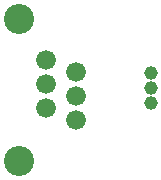
<source format=gbs>
G75*
%MOIN*%
%OFA0B0*%
%FSLAX24Y24*%
%IPPOS*%
%LPD*%
%AMOC8*
5,1,8,0,0,1.08239X$1,22.5*
%
%ADD10C,0.1005*%
%ADD11C,0.0660*%
%ADD12C,0.0460*%
D10*
X002512Y000988D03*
X002512Y005712D03*
D11*
X003418Y004354D03*
X003418Y003551D03*
X003418Y002748D03*
X004418Y003149D03*
X004418Y003952D03*
X004418Y002346D03*
D12*
X006912Y002900D03*
X006912Y003400D03*
X006912Y003900D03*
M02*

</source>
